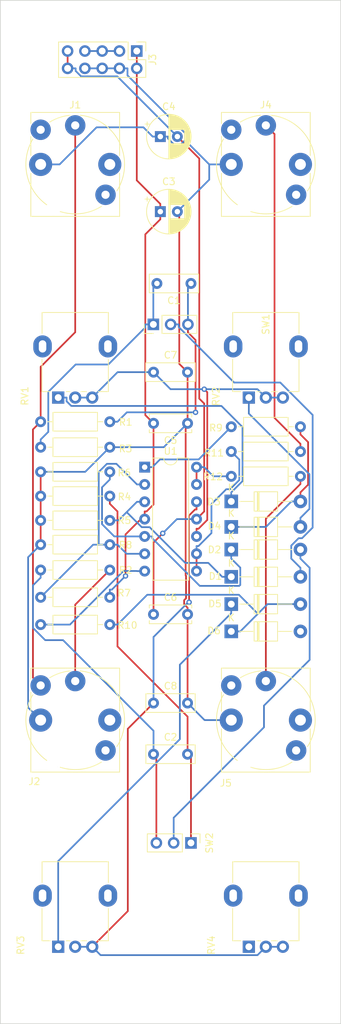
<source format=kicad_pcb>
(kicad_pcb (version 20240108) (generator "pcbnew") (generator_version "8.0")
  (layers (0 "F.Cu" signal) (31 "B.Cu" signal) (34 "B.Paste" user) (35 "F.Paste" user) (36 "B.SilkS" user "B.Silkscreen") (37 "F.SilkS" user "F.Silkscreen") (38 "B.Mask" user) (39 "F.Mask" user) (44 "Edge.Cuts" user))
  (net 0 "")
  (net 1 "Net-(SW1-C)")
  (net 2 "Net-(SW1-A)")
  (net 3 "Net-(SW2-C)")
  (net 4 "Net-(SW2-A)")
  (net 5 "+12V")
  (net 6 "GNDREF")
  (net 7 "-12V")
  (net 8 "Net-(U1C-+)")
  (net 9 "Net-(U1D-+)")
  (net 10 "Net-(D1-A)")
  (net 11 "Net-(D1-K)")
  (net 12 "Net-(D2-A)")
  (net 13 "Net-(D2-K)")
  (net 14 "Net-(D3-A)")
  (net 15 "Net-(D3-K)")
  (net 16 "Net-(D4-A)")
  (net 17 "Net-(D5-K)")
  (net 18 "Net-(D5-A)")
  (net 19 "Net-(D6-A)")
  (net 20 "Net-(J3-Pin_3)")
  (net 21 "Net-(J1-PadT)")
  (net 22 "Net-(J2-PadT)")
  (net 23 "Net-(U1A--)")
  (net 24 "Net-(R9-Pad1)")
  (net 25 "Net-(R10-Pad1)")
  (net 26 "Net-(U1C--)")
  (net 27 "Net-(J4-PadT)")
  (net 28 "Net-(J5-PadT)")
  (net 29 "Net-(U1D--)")
  (footprint "Capacitor_THT:C_Rect_L7.0mm_W2.5mm_P5.00mm" (layer "F.Cu") (at 117.5 154.5)
    (property "Reference" "C2" (at 2.5 -2.5 0) (layer "F.SilkS"))
    (property "Value" "47nF")
    (pad "1" thru_hole circle (at 0 0) (size 1.6 1.6) (drill 0.8) (layers "*.Cu" "*.Mask") (net 3 "Net-(SW2-C)"))
    (pad "2" thru_hole circle (at 5 0) (size 1.6 1.6) (drill 0.8) (layers "*.Cu" "*.Mask") (net 4 "Net-(SW2-A)"))
  )
  (footprint "Resistor_THT:R_Axial_DIN0207_L6.3mm_D2.5mm_P10.16mm_Horizontal" (layer "F.Cu") (at 128.92 110.1333)
    (property "Reference" "R11" (at -2.533331 0.216066 0) (layer "F.SilkS"))
    (property "Value" "1k")
    (pad "1" thru_hole circle (at 0 0) (size 1.6 1.6) (drill 0.8) (layers "*.Cu" "*.Mask") (net 26 "Net-(U1C--)"))
    (pad "2" thru_hole oval (at 10.16 0) (size 1.6 1.6) (drill 0.8) (layers "*.Cu" "*.Mask") (net 27 "Net-(J4-PadT)"))
  )
  (footprint "Capacitor_THT:CP_Radial_D6.3mm_P2.50mm" (layer "F.Cu") (at 118.5 63.97)
    (property "Reference" "C4" (at 1.25 -4.4 0) (layer "F.SilkS"))
    (property "Value" "47uF")
    (pad "1" thru_hole rect (at 0 0) (size 1.6 1.6) (drill 0.8) (layers "*.Cu" "*.Mask") (net 6 "GNDREF"))
    (pad "2" thru_hole circle (at 2.5 0) (size 1.6 1.6) (drill 0.8) (layers "*.Cu" "*.Mask") (net 7 "-12V"))
  )
  (footprint "Connector_Audio:Jack_6.35mm_Neutrik_NJ5FD-V_Vertical" (layer "F.Cu") (at 106 62.33)
    (property "Reference" "J1" (at 0 -3 0) (layer "F.SilkS"))
    (property "Value" "Gate In 1")
    (pad "" np_thru_hole circle (at -3.18 12.07 180) (size 1.6 1.6) (drill 1.6) (layers "*.Cu" "*.Mask"))
    (pad "" np_thru_hole circle (at 3.81 1.91 180) (size 2.1 2.1) (drill 2.1) (layers "*.Cu" "*.Mask"))
    (pad "R" thru_hole circle (at 5.08 5.72 180) (size 3.4 3.4) (drill 1.6) (layers "*.Cu" "*.Mask"))
    (pad "RN" thru_hole circle (at 4.45 10.17 180) (size 3 3) (drill 1.2) (layers "*.Cu" "*.Mask"))
    (pad "S" thru_hole circle (at -5.08 5.72 180) (size 3.4 3.4) (drill 1.6) (layers "*.Cu" "*.Mask") (net 6 "GNDREF"))
    (pad "T" thru_hole circle (at 0 0 180) (size 3 3) (drill 1.2) (layers "*.Cu" "*.Mask") (net 21 "Net-(J1-PadT)"))
    (pad "TN" thru_hole circle (at -5.08 0.64 180) (size 3 3) (drill 1.2) (layers "*.Cu" "*.Mask"))
  )
  (footprint "Diode_THT:D_T-1_P10.16mm_Horizontal" (layer "F.Cu") (at 128.92 136.5)
    (property "Reference" "D6" (at -2.533331 -0.088765 0) (layer "F.SilkS"))
    (property "Value" "1N4148" (hide yes))
    (fp_text user "K" (at 0 -2 0) (layer "F.SilkS"))
    (pad "1" thru_hole rect (at 0 0) (size 2 2) (drill 1) (layers "*.Cu" "*.Mask") (net 18 "Net-(D5-A)"))
    (pad "2" thru_hole oval (at 10.16 0) (size 2 2) (drill 1) (layers "*.Cu" "*.Mask") (net 19 "Net-(D6-A)"))
  )
  (footprint "Package_DIP:DIP-14_W7.62mm" (layer "F.Cu") (at 116.2 112.42)
    (property "Reference" "U1" (at 3.81 -2.33 0) (layer "F.SilkS"))
    (property "Value" "TL074")
    (pad "1" thru_hole rect (at 0 0) (size 1.6 1.6) (drill 0.8) (layers "*.Cu" "*.Mask") (net 24 "Net-(R9-Pad1)"))
    (pad "2" thru_hole oval (at 0 2.54) (size 1.6 1.6) (drill 0.8) (layers "*.Cu" "*.Mask") (net 23 "Net-(U1A--)"))
    (pad "3" thru_hole oval (at 0 5.08) (size 1.6 1.6) (drill 0.8) (layers "*.Cu" "*.Mask") (net 11 "Net-(D1-K)"))
    (pad "4" thru_hole oval (at 0 7.62) (size 1.6 1.6) (drill 0.8) (layers "*.Cu" "*.Mask") (net 5 "+12V"))
    (pad "5" thru_hole oval (at 0 10.16) (size 1.6 1.6) (drill 0.8) (layers "*.Cu" "*.Mask") (net 13 "Net-(D2-K)"))
    (pad "6" thru_hole oval (at 0 12.7) (size 1.6 1.6) (drill 0.8) (layers "*.Cu" "*.Mask") (net 23 "Net-(U1A--)"))
    (pad "7" thru_hole oval (at 0 15.24) (size 1.6 1.6) (drill 0.8) (layers "*.Cu" "*.Mask") (net 25 "Net-(R10-Pad1)"))
    (pad "8" thru_hole oval (at 7.62 15.24) (size 1.6 1.6) (drill 0.8) (layers "*.Cu" "*.Mask") (net 26 "Net-(U1C--)"))
    (pad "9" thru_hole oval (at 7.62 12.7) (size 1.6 1.6) (drill 0.8) (layers "*.Cu" "*.Mask") (net 26 "Net-(U1C--)"))
    (pad "10" thru_hole oval (at 7.62 10.16) (size 1.6 1.6) (drill 0.8) (layers "*.Cu" "*.Mask") (net 8 "Net-(U1C-+)"))
    (pad "11" thru_hole oval (at 7.62 7.62) (size 1.6 1.6) (drill 0.8) (layers "*.Cu" "*.Mask") (net 7 "-12V"))
    (pad "12" thru_hole oval (at 7.62 5.08) (size 1.6 1.6) (drill 0.8) (layers "*.Cu" "*.Mask") (net 9 "Net-(U1D-+)"))
    (pad "13" thru_hole oval (at 7.62 2.54) (size 1.6 1.6) (drill 0.8) (layers "*.Cu" "*.Mask") (net 29 "Net-(U1D--)"))
    (pad "14" thru_hole oval (at 7.62 0) (size 1.6 1.6) (drill 0.8) (layers "*.Cu" "*.Mask") (net 29 "Net-(U1D--)"))
  )
  (footprint "Capacitor_THT:C_Disc_D6.0mm_W2.5mm_P5.00mm" (layer "F.Cu") (at 117.5 134)
    (property "Reference" "C6" (at 2.5 -2.5 0) (layer "F.SilkS"))
    (property "Value" "100nF")
    (pad "1" thru_hole circle (at 0 0) (size 1.6 1.6) (drill 0.8) (layers "*.Cu" "*.Mask") (net 7 "-12V"))
    (pad "2" thru_hole circle (at 5 0) (size 1.6 1.6) (drill 0.8) (layers "*.Cu" "*.Mask") (net 6 "GNDREF"))
  )
  (footprint "Connector_PinHeader_2.54mm:PinHeader_1x03_P2.54mm_Vertical" (layer "F.Cu") (at 117.475 91.5 90)
    (property "Reference" "SW1" (at 0.011032 16.525 -90) (layer "F.SilkS"))
    (property "Value" "Pluck / AD" (hide yes))
    (pad "1" thru_hole rect (at 0 0 90) (size 1.7 1.7) (drill 1) (layers "*.Cu" "*.Mask") (net 2 "Net-(SW1-A)"))
    (pad "2" thru_hole oval (at 0 2.54 90) (size 1.7 1.7) (drill 1) (layers "*.Cu" "*.Mask") (net 10 "Net-(D1-A)"))
    (pad "3" thru_hole oval (at 0 5.08 90) (size 1.7 1.7) (drill 1) (layers "*.Cu" "*.Mask") (net 1 "Net-(SW1-C)"))
  )
  (footprint "Potentiometer_THT:Potentiometer_Alpha_RD901F-40-00D_Single_Vertical" (layer "F.Cu") (at 131.5 182.725 90)
    (property "Reference" "RV4" (at 0.225 -5.5 -90) (layer "F.SilkS"))
    (property "Value" "1M")
    (pad "" thru_hole oval (at 7.5 -2.3 180) (size 2.72 3.24) (drill oval 1.1 1.8) (layers "*.Cu" "*.Mask"))
    (pad "" thru_hole oval (at 7.5 7.3 180) (size 2.72 3.24) (drill oval 1.1 1.8) (layers "*.Cu" "*.Mask"))
    (pad "1" thru_hole rect (at 0 0 180) (size 1.8 1.8) (drill 1) (layers "*.Cu" "*.Mask") (net 19 "Net-(D6-A)"))
    (pad "2" thru_hole circle (at 0 2.5 180) (size 1.8 1.8) (drill 1) (layers "*.Cu" "*.Mask") (net 9 "Net-(U1D-+)"))
    (pad "3" thru_hole circle (at 0 5 180) (size 1.8 1.8) (drill 1) (layers "*.Cu" "*.Mask") (net 9 "Net-(U1D-+)"))
  )
  (footprint "Resistor_THT:R_Axial_DIN0207_L6.3mm_D2.5mm_P10.16mm_Horizontal" (layer "F.Cu") (at 100.92 113.1083)
    (property "Reference" "R6" (at 12.287018 0.144363 0) (layer "F.SilkS"))
    (property "Value" "100k")
    (pad "1" thru_hole circle (at 0 0) (size 1.6 1.6) (drill 0.8) (layers "*.Cu" "*.Mask") (net 6 "GNDREF"))
    (pad "2" thru_hole oval (at 10.16 0) (size 1.6 1.6) (drill 0.8) (layers "*.Cu" "*.Mask") (net 13 "Net-(D2-K)"))
  )
  (footprint "Resistor_THT:R_Axial_DIN0207_L6.3mm_D2.5mm_P10.16mm_Horizontal" (layer "F.Cu") (at 128.92 113.7667)
    (property "Reference" "R12" (at -2.672328 0.057582 0) (layer "F.SilkS"))
    (property "Value" "1k")
    (pad "1" thru_hole circle (at 0 0) (size 1.6 1.6) (drill 0.8) (layers "*.Cu" "*.Mask") (net 29 "Net-(U1D--)"))
    (pad "2" thru_hole oval (at 10.16 0) (size 1.6 1.6) (drill 0.8) (layers "*.Cu" "*.Mask") (net 28 "Net-(J5-PadT)"))
  )
  (footprint "Potentiometer_THT:Potentiometer_Alpha_RD901F-40-00D_Single_Vertical" (layer "F.Cu") (at 103.5 102.225 90)
    (property "Reference" "RV1" (at 0.232302 -4.90496 -90) (layer "F.SilkS"))
    (property "Value" "1M")
    (pad "" thru_hole oval (at 7.5 -2.3 180) (size 2.72 3.24) (drill oval 1.1 1.8) (layers "*.Cu" "*.Mask"))
    (pad "" thru_hole oval (at 7.5 7.3 180) (size 2.72 3.24) (drill oval 1.1 1.8) (layers "*.Cu" "*.Mask"))
    (pad "1" thru_hole rect (at 0 0 180) (size 1.8 1.8) (drill 1) (layers "*.Cu" "*.Mask") (net 15 "Net-(D3-K)"))
    (pad "2" thru_hole circle (at 0 2.5 180) (size 1.8 1.8) (drill 1) (layers "*.Cu" "*.Mask") (net 8 "Net-(U1C-+)"))
    (pad "3" thru_hole circle (at 0 5 180) (size 1.8 1.8) (drill 1) (layers "*.Cu" "*.Mask") (net 8 "Net-(U1C-+)"))
  )
  (footprint "Resistor_THT:R_Axial_DIN0207_L6.3mm_D2.5mm_P10.16mm_Horizontal" (layer "F.Cu") (at 111.08 109.5 180)
    (property "Reference" "R3" (at -2.314615 -0.2356 180) (layer "F.SilkS"))
    (property "Value" "100k")
    (pad "1" thru_hole circle (at 0 0 180) (size 1.6 1.6) (drill 0.8) (layers "*.Cu" "*.Mask") (net 6 "GNDREF"))
    (pad "2" thru_hole oval (at 10.16 0 180) (size 1.6 1.6) (drill 0.8) (layers "*.Cu" "*.Mask") (net 2 "Net-(SW1-A)"))
  )
  (footprint "Resistor_THT:R_Axial_DIN0207_L6.3mm_D2.5mm_P10.16mm_Horizontal" (layer "F.Cu") (at 100.92 105.7654)
    (property "Reference" "R1" (at 12.496492 0.062587 0) (layer "F.SilkS"))
    (property "Value" "100k")
    (pad "1" thru_hole circle (at 0 0) (size 1.6 1.6) (drill 0.8) (layers "*.Cu" "*.Mask") (net 21 "Net-(J1-PadT)"))
    (pad "2" thru_hole oval (at 10.16 0) (size 1.6 1.6) (drill 0.8) (layers "*.Cu" "*.Mask") (net 1 "Net-(SW1-C)"))
  )
  (footprint "Resistor_THT:R_Axial_DIN0207_L6.3mm_D2.5mm_P10.16mm_Horizontal" (layer "F.Cu") (at 100.92 120.225)
    (property "Reference" "R5" (at 12.310293 0.015703 0) (layer "F.SilkS"))
    (property "Value" "100k")
    (pad "1" thru_hole circle (at 0 0) (size 1.6 1.6) (drill 0.8) (layers "*.Cu" "*.Mask") (net 6 "GNDREF"))
    (pad "2" thru_hole oval (at 10.16 0) (size 1.6 1.6) (drill 0.8) (layers "*.Cu" "*.Mask") (net 11 "Net-(D1-K)"))
  )
  (footprint "Potentiometer_THT:Potentiometer_Alpha_RD901F-40-00D_Single_Vertical" (layer "F.Cu") (at 131.5 102.225 90)
    (property "Reference" "RV2" (at 0.165271 -4.818738 -90) (layer "F.SilkS"))
    (property "Value" "1M")
    (pad "" thru_hole oval (at 7.5 -2.3 180) (size 2.72 3.24) (drill oval 1.1 1.8) (layers "*.Cu" "*.Mask"))
    (pad "" thru_hole oval (at 7.5 7.3 180) (size 2.72 3.24) (drill oval 1.1 1.8) (layers "*.Cu" "*.Mask"))
    (pad "1" thru_hole rect (at 0 0 180) (size 1.8 1.8) (drill 1) (layers "*.Cu" "*.Mask") (net 16 "Net-(D4-A)"))
    (pad "2" thru_hole circle (at 0 2.5 180) (size 1.8 1.8) (drill 1) (layers "*.Cu" "*.Mask") (net 8 "Net-(U1C-+)"))
    (pad "3" thru_hole circle (at 0 5 180) (size 1.8 1.8) (drill 1) (layers "*.Cu" "*.Mask") (net 8 "Net-(U1C-+)"))
  )
  (footprint "Diode_THT:D_T-1_P10.16mm_Horizontal" (layer "F.Cu") (at 128.92 128.5)
    (property "Reference" "D1" (at -2.324836 -0.081071 0) (layer "F.SilkS"))
    (property "Value" "1N4148" (hide yes))
    (fp_text user "K" (at 0 -2 0) (layer "F.SilkS"))
    (pad "1" thru_hole rect (at 0 0) (size 2 2) (drill 1) (layers "*.Cu" "*.Mask") (net 11 "Net-(D1-K)"))
    (pad "2" thru_hole oval (at 10.16 0) (size 2 2) (drill 1) (layers "*.Cu" "*.Mask") (net 10 "Net-(D1-A)"))
  )
  (footprint "Capacitor_THT:C_Rect_L7.0mm_W2.5mm_P5.00mm" (layer "F.Cu") (at 117.5 98.5)
    (property "Reference" "C7" (at 2.5 -2.5 0) (layer "F.SilkS"))
    (property "Value" "1uF")
    (pad "1" thru_hole circle (at 0 0) (size 1.6 1.6) (drill 0.8) (layers "*.Cu" "*.Mask") (net 8 "Net-(U1C-+)"))
    (pad "2" thru_hole circle (at 5 0) (size 1.6 1.6) (drill 0.8) (layers "*.Cu" "*.Mask") (net 6 "GNDREF"))
  )
  (footprint "Capacitor_THT:C_Rect_L7.0mm_W2.5mm_P5.00mm" (layer "F.Cu") (at 123 85.5 180)
    (property "Reference" "C1" (at 2.5 -2.5 180) (layer "F.SilkS"))
    (property "Value" "47nF")
    (pad "1" thru_hole circle (at 0 0 180) (size 1.6 1.6) (drill 0.8) (layers "*.Cu" "*.Mask") (net 1 "Net-(SW1-C)"))
    (pad "2" thru_hole circle (at 5 0 180) (size 1.6 1.6) (drill 0.8) (layers "*.Cu" "*.Mask") (net 2 "Net-(SW1-A)"))
  )
  (footprint "Diode_THT:D_T-1_P10.16mm_Horizontal" (layer "F.Cu") (at 128.92 121.1833)
    (property "Reference" "D4" (at -2.463833 -0.131193 0) (layer "F.SilkS"))
    (property "Value" "1N4148" (hide yes))
    (fp_text user "K" (at 0 -2 0) (layer "F.SilkS"))
    (pad "1" thru_hole rect (at 0 0) (size 2 2) (drill 1) (layers "*.Cu" "*.Mask") (net 14 "Net-(D3-A)"))
    (pad "2" thru_hole oval (at 10.16 0) (size 2 2) (drill 1) (layers "*.Cu" "*.Mask") (net 16 "Net-(D4-A)"))
  )
  (footprint "Potentiometer_THT:Potentiometer_Alpha_RD901F-40-00D_Single_Vertical" (layer "F.Cu") (at 103.5 182.725 90)
    (property "Reference" "RV3" (at 0.225 -5.5 -90) (layer "F.SilkS"))
    (property "Value" "1M")
    (pad "" thru_hole oval (at 7.5 -2.3 180) (size 2.72 3.24) (drill oval 1.1 1.8) (layers "*.Cu" "*.Mask"))
    (pad "" thru_hole oval (at 7.5 7.3 180) (size 2.72 3.24) (drill oval 1.1 1.8) (layers "*.Cu" "*.Mask"))
    (pad "1" thru_hole rect (at 0 0 180) (size 1.8 1.8) (drill 1) (layers "*.Cu" "*.Mask") (net 17 "Net-(D5-K)"))
    (pad "2" thru_hole circle (at 0 2.5 180) (size 1.8 1.8) (drill 1) (layers "*.Cu" "*.Mask") (net 9 "Net-(U1D-+)"))
    (pad "3" thru_hole circle (at 0 5 180) (size 1.8 1.8) (drill 1) (layers "*.Cu" "*.Mask") (net 9 "Net-(U1D-+)"))
  )
  (footprint "Connector_PinHeader_2.54mm:PinHeader_2x05_P2.54mm_Vertical" (layer "F.Cu") (at 115.04 51.43 -90)
    (property "Reference" "J3" (at 1.27 -2.33 90) (layer "F.SilkS"))
    (property "Value" "Eurorack 10 pin")
    (pad "1" thru_hole rect (at 0 0 270) (size 1.7 1.7) (drill 1) (layers "*.Cu" "*.Mask") (net 5 "+12V"))
    (pad "2" thru_hole oval (at 2.54 0 270) (size 1.7 1.7) (drill 1) (layers "*.Cu" "*.Mask") (net 5 "+12V"))
    (pad "3" thru_hole oval (at 0 2.54 270) (size 1.7 1.7) (drill 1) (layers "*.Cu" "*.Mask") (net 20 "Net-(J3-Pin_3)"))
    (pad "4" thru_hole oval (at 2.54 2.54 270) (size 1.7 1.7) (drill 1) (layers "*.Cu" "*.Mask") (net 6 "GNDREF"))
    (pad "5" thru_hole oval (at 0 5.08 270) (size 1.7 1.7) (drill 1) (layers "*.Cu" "*.Mask") (net 20 "Net-(J3-Pin_3)"))
    (pad "6" thru_hole oval (at 2.54 5.08 270) (size 1.7 1.7) (drill 1) (layers "*.Cu" "*.Mask") (net 6 "GNDREF"))
    (pad "7" thru_hole oval (at 0 7.62 270) (size 1.7 1.7) (drill 1) (layers "*.Cu" "*.Mask") (net 20 "Net-(J3-Pin_3)"))
    (pad "8" thru_hole oval (at 2.54 7.62 270) (size 1.7 1.7) (drill 1) (layers "*.Cu" "*.Mask") (net 6 "GNDREF"))
    (pad "9" thru_hole oval (at 0 10.16 270) (size 1.7 1.7) (drill 1) (layers "*.Cu" "*.Mask") (net 7 "-12V"))
    (pad "10" thru_hole oval (at 2.54 10.16 270) (size 1.7 1.7) (drill 1) (layers "*.Cu" "*.Mask") (net 7 "-12V"))
  )
  (footprint "Resistor_THT:R_Axial_DIN0207_L6.3mm_D2.5mm_P10.16mm_Horizontal" (layer "F.Cu") (at 100.92 131.5)
    (property "Reference" "R7" (at 12.27013 -0.628989 0) (layer "F.SilkS"))
    (property "Value" "82k")
    (pad "1" thru_hole circle (at 0 0) (size 1.6 1.6) (drill 0.8) (layers "*.Cu" "*.Mask") (net 23 "Net-(U1A--)"))
    (pad "2" thru_hole oval (at 10.16 0) (size 1.6 1.6) (drill 0.8) (layers "*.Cu" "*.Mask") (net 5 "+12V"))
  )
  (footprint "Diode_THT:D_T-1_P10.16mm_Horizontal" (layer "F.Cu") (at 128.92 132.5)
    (property "Reference" "D5" (at -2.394334 -0.050169 0) (layer "F.SilkS"))
    (property "Value" "1N4148" (hide yes))
    (fp_text user "K" (at 0 -2 0) (layer "F.SilkS"))
    (pad "1" thru_hole rect (at 0 0) (size 2 2) (drill 1) (layers "*.Cu" "*.Mask") (net 17 "Net-(D5-K)"))
    (pad "2" thru_hole oval (at 10.16 0) (size 2 2) (drill 1) (layers "*.Cu" "*.Mask") (net 18 "Net-(D5-A)"))
  )
  (footprint "Diode_THT:D_T-1_P10.16mm_Horizontal" (layer "F.Cu") (at 128.92 117.45)
    (property "Reference" "D3" (at -2.533331 0.057693 0) (layer "F.SilkS"))
    (property "Value" "1N4148" (hide yes))
    (fp_text user "K" (at 0 -2 0) (layer "F.SilkS"))
    (pad "1" thru_hole rect (at 0 0) (size 2 2) (drill 1) (layers "*.Cu" "*.Mask") (net 15 "Net-(D3-K)"))
    (pad "2" thru_hole oval (at 10.16 0) (size 2 2) (drill 1) (layers "*.Cu" "*.Mask") (net 14 "Net-(D3-A)"))
  )
  (footprint "Connector_Audio:Jack_6.35mm_Neutrik_NJ5FD-V_Vertical" (layer "F.Cu") (at 134 62.33)
    (property "Reference" "J4" (at 0 -3 0) (layer "F.SilkS"))
    (property "Value" "Env Out 1")
    (pad "" np_thru_hole circle (at -3.18 12.07 180) (size 1.6 1.6) (drill 1.6) (layers "*.Cu" "*.Mask"))
    (pad "" np_thru_hole circle (at 3.81 1.91 180) (size 2.1 2.1) (drill 2.1) (layers "*.Cu" "*.Mask"))
    (pad "R" thru_hole circle (at 5.08 5.72 180) (size 3.4 3.4) (drill 1.6) (layers "*.Cu" "*.Mask"))
    (pad "RN" thru_hole circle (at 4.45 10.17 180) (size 3 3) (drill 1.2) (layers "*.Cu" "*.Mask"))
    (pad "S" thru_hole circle (at -5.08 5.72 180) (size 3.4 3.4) (drill 1.6) (layers "*.Cu" "*.Mask") (net 6 "GNDREF"))
    (pad "T" thru_hole circle (at 0 0 180) (size 3 3) (drill 1.2) (layers "*.Cu" "*.Mask") (net 27 "Net-(J4-PadT)"))
    (pad "TN" thru_hole circle (at -5.08 0.64 180) (size 3 3) (drill 1.2) (layers "*.Cu" "*.Mask"))
  )
  (footprint "Connector_Audio:Jack_6.35mm_Neutrik_NJ5FD-V_Vertical" (layer "F.Cu") (at 106 143.78)
    (property "Reference" "J2" (at -6 14.72 0) (layer "F.SilkS"))
    (property "Value" "Gate In 2")
    (pad "" np_thru_hole circle (at -3.18 12.07 180) (size 1.6 1.6) (drill 1.6) (layers "*.Cu" "*.Mask"))
    (pad "" np_thru_hole circle (at 3.81 1.91 180) (size 2.1 2.1) (drill 2.1) (layers "*.Cu" "*.Mask"))
    (pad "R" thru_hole circle (at 5.08 5.72 180) (size 3.4 3.4) (drill 1.6) (layers "*.Cu" "*.Mask"))
    (pad "RN" thru_hole circle (at 4.45 10.17 180) (size 3 3) (drill 1.2) (layers "*.Cu" "*.Mask"))
    (pad "S" thru_hole circle (at -5.08 5.72 180) (size 3.4 3.4) (drill 1.6) (layers "*.Cu" "*.Mask") (net 6 "GNDREF"))
    (pad "T" thru_hole circle (at 0 0 180) (size 3 3) (drill 1.2) (layers "*.Cu" "*.Mask") (net 22 "Net-(J2-PadT)"))
    (pad "TN" thru_hole circle (at -5.08 0.64 180) (size 3 3) (drill 1.2) (layers "*.Cu" "*.Mask") (net 21 "Net-(J1-PadT)"))
  )
  (footprint "Capacitor_THT:CP_Radial_D6.3mm_P2.50mm" (layer "F.Cu") (at 118.5 74.97)
    (property "Reference" "C3" (at 1.25 -4.4 0) (layer "F.SilkS"))
    (property "Value" "47uF")
    (pad "1" thru_hole rect (at 0 0) (size 1.6 1.6) (drill 0.8) (layers "*.Cu" "*.Mask") (net 5 "+12V"))
    (pad "2" thru_hole circle (at 2.5 0) (size 1.6 1.6) (drill 0.8) (layers "*.Cu" "*.Mask") (net 6 "GNDREF"))
  )
  (footprint "Connector_Audio:Jack_6.35mm_Neutrik_NJ5FD-V_Vertical" (layer "F.Cu") (at 134 143.78)
    (property "Reference" "J5" (at -5.872541 14.955596 0) (layer "F.SilkS"))
    (property "Value" "Env Out 2")
    (pad "" np_thru_hole circle (at -3.18 12.07 180) (size 1.6 1.6) (drill 1.6) (layers "*.Cu" "*.Mask"))
    (pad "" np_thru_hole circle (at 3.81 1.91 180) (size 2.1 2.1) (drill 2.1) (layers "*.Cu" "*.Mask"))
    (pad "R" thru_hole circle (at 5.08 5.72 180) (size 3.4 3.4) (drill 1.6) (layers "*.Cu" "*.Mask"))
    (pad "RN" thru_hole circle (at 4.45 10.17 180) (size 3 3) (drill 1.2) (layers "*.Cu" "*.Mask"))
    (pad "S" thru_hole circle (at -5.08 5.72 180) (size 3.4 3.4) (drill 1.6) (layers "*.Cu" "*.Mask") (net 6 "GNDREF"))
    (pad "T" thru_hole circle (at 0 0 180) (size 3 3) (drill 1.2) (layers "*.Cu" "*.Mask") (net 28 "Net-(J5-PadT)"))
    (pad "TN" thru_hole circle (at -5.08 0.64 180) (size 3 3) (drill 1.2) (layers "*.Cu" "*.Mask"))
  )
  (footprint "Resistor_THT:R_Axial_DIN0207_L6.3mm_D2.5mm_P10.16mm_Horizontal" (layer "F.Cu") (at 111.08 127.5 180)
    (property "Reference" "R2" (at -2.32733 -0.025098 180) (layer "F.SilkS"))
    (property "Value" "100k")
    (pad "1" thru_hole circle (at 0 0 180) (size 1.6 1.6) (drill 0.8) (layers "*.Cu" "*.Mask") (net 22 "Net-(J2-PadT)"))
    (pad "2" thru_hole oval (at 10.16 0 180) (size 1.6 1.6) (drill 0.8) (layers "*.Cu" "*.Mask") (net 3 "Net-(SW2-C)"))
  )
  (footprint "Resistor_THT:R_Axial_DIN0207_L6.3mm_D2.5mm_P10.16mm_Horizontal" (layer "F.Cu") (at 100.92 116.6667)
    (property "Reference" "R4" (at 12.310293 0.100465 0) (layer "F.SilkS"))
    (property "Value" "100k")
    (pad "1" thru_hole circle (at 0 0) (size 1.6 1.6) (drill 0.8) (layers "*.Cu" "*.Mask") (net 6 "GNDREF"))
    (pad "2" thru_hole oval (at 10.16 0) (size 1.6 1.6) (drill 0.8) (layers "*.Cu" "*.Mask") (net 4 "Net-(SW2-A)"))
  )
  (footprint "Capacitor_THT:C_Rect_L7.0mm_W2.5mm_P5.00mm" (layer "F.Cu") (at 117.5 147)
    (property "Reference" "C8" (at 2.5 -2.5 0) (layer "F.SilkS"))
    (property "Value" "1uF")
    (pad "1" thru_hole circle (at 0 0) (size 1.6 1.6) (drill 0.8) (layers "*.Cu" "*.Mask") (net 9 "Net-(U1D-+)"))
    (pad "2" thru_hole circle (at 5 0) (size 1.6 1.6) (drill 0.8) (layers "*.Cu" "*.Mask") (net 6 "GNDREF"))
  )
  (footprint "Resistor_THT:R_Axial_DIN0207_L6.3mm_D2.5mm_P10.16mm_Horizontal" (layer "F.Cu") (at 100.92 123.7833)
    (property "Reference" "R8" (at 12.473217 0.065004 0) (layer "F.SilkS"))
    (property "Value" "18k")
    (pad "1" thru_hole circle (at 0 0) (size 1.6 1.6) (drill 0.8) (layers "*.Cu" "*.Mask") (net 6 "GNDREF"))
    (pad "2" thru_hole oval (at 10.16 0) (size 1.6 1.6) (drill 0.8) (layers "*.Cu" "*.Mask") (net 23 "Net-(U1A--)"))
  )
  (footprint "Connector_PinHeader_2.54mm:PinHeader_1x03_P2.54mm_Vertical" (layer "F.Cu") (at 123 167.5 -90)
    (property "Reference" "SW2" (at 0.013683 -2.714295 90) (layer "F.SilkS"))
    (property "Value" "Pluck / AD" (hide yes))
    (pad "1" thru_hole rect (at 0 0 270) (size 1.7 1.7) (drill 1) (layers "*.Cu" "*.Mask") (net 4 "Net-(SW2-A)"))
    (pad "2" thru_hole oval (at 0 2.54 270) (size 1.7 1.7) (drill 1) (layers "*.Cu" "*.Mask") (net 12 "Net-(D2-A)"))
    (pad "3" thru_hole oval (at 0 5.08 270) (size 1.7 1.7) (drill 1) (layers "*.Cu" "*.Mask") (net 3 "Net-(SW2-C)"))
  )
  (footprint "Resistor_THT:R_Axial_DIN0207_L6.3mm_D2.5mm_P10.16mm_Horizontal" (layer "F.Cu") (at 128.92 106.5)
    (property "Reference" "R9" (at -2.255338 0.165956 0) (layer "F.SilkS"))
    (property "Value" "560R")
    (pad "1" thru_hole circle (at 0 0) (size 1.6 1.6) (drill 0.8) (layers "*.Cu" "*.Mask") (net 24 "Net-(R9-Pad1)"))
    (pad "2" thru_hole oval (at 10.16 0) (size 1.6 1.6) (drill 0.8) (layers "*.Cu" "*.Mask") (net 14 "Net-(D3-A)"))
  )
  (footprint "Resistor_THT:R_Axial_DIN0207_L6.3mm_D2.5mm_P10.16mm_Horizontal" (layer "F.Cu") (at 100.92 135.5)
    (property "Reference" "R10" (at 12.756352 0.100209 0) (layer "F.SilkS"))
    (property "Value" "560R")
    (pad "1" thru_hole circle (at 0 0) (size 1.6 1.6) (drill 0.8) (layers "*.Cu" "*.Mask") (net 25 "Net-(R10-Pad1)"))
    (pad "2" thru_hole oval (at 10.16 0) (size 1.6 1.6) (drill 0.8) (layers "*.Cu" "*.Mask") (net 18 "Net-(D5-A)"))
  )
  (footprint "Diode_THT:D_T-1_P10.16mm_Horizontal" (layer "F.Cu") (at 128.92 124.5)
    (property "Reference" "D2" (at -2.463833 0.027023 0) (layer "F.SilkS"))
    (property "Value" "1N4148" (hide yes))
    (fp_text user "K" (at 0 -2 0) (layer "F.SilkS"))
    (pad "1" thru_hole rect (at 0 0) (size 2 2) (drill 1) (layers "*.Cu" "*.Mask") (net 13 "Net-(D2-K)"))
    (pad "2" thru_hole oval (at 10.16 0) (size 2 2) (drill 1) (layers "*.Cu" "*.Mask") (net 12 "Net-(D2-A)"))
  )
  (footprint "Capacitor_THT:C_Disc_D6.0mm_W2.5mm_P5.00mm" (layer "F.Cu") (at 122.5 106 180)
    (property "Reference" "C5" (at 2.5 -2.5 180) (layer "F.SilkS"))
    (property "Value" "100nF")
    (pad "1" thru_hole circle (at 0 0 180) (size 1.6 1.6) (drill 0.8) (layers "*.Cu" "*.Mask") (net 6 "GNDREF"))
    (pad "2" thru_hole circle (at 5 0 180) (size 1.6 1.6) (drill 0.8) (layers "*.Cu" "*.Mask") (net 5 "+12V"))
  )
  (gr_rect (start 95 44) (end 145 194) (stroke (width 0.1)) (fill none) (layer "Edge.Cuts"))
  (segment (start 122.555 91.5) (end 122.555 92.6767) (width 0.25) (layer "F.Cu") (net 1))
  (segment (start 123.6714 93.7931) (end 123.6714 104.3883) (width 0.25) (layer "F.Cu") (net 1))
  (segment (start 122.555 92.6767) (end 123.6714 93.7931) (width 0.25) (layer "F.Cu") (net 1))
  (via (at 123.6714 104.3883) (size 0.8) (drill 0.4) (layers "F.Cu" "B.Cu") (net 1))
  (segment (start 122.555 85.945) (end 123 85.5) (width 0.25) (layer "B.Cu") (net 1))
  (segment (start 112.2067 105.7654) (end 113.5838 104.3883) (width 0.25) (layer "B.Cu") (net 1))
  (segment (start 111.08 105.7654) (end 112.2067 105.7654) (width 0.25) (layer "B.Cu") (net 1))
  (segment (start 113.5838 104.3883) (end 123.6714 104.3883) (width 0.25) (layer "B.Cu") (net 1))
  (segment (start 122.555 91.5) (end 122.555 85.945) (width 0.25) (layer "B.Cu") (net 1))
  (segment (start 117.475 91.5) (end 116.2983 91.5) (width 0.25) (layer "B.Cu") (net 2))
  (segment (start 100.92 108.3733) (end 102.0467 107.2466) (width 0.25) (layer "B.Cu") (net 2))
  (segment (start 117.475 86.025) (end 118 85.5) (width 0.25) (layer "B.Cu") (net 2))
  (segment (start 102.0467 101.3862) (end 106.0581 97.3748) (width 0.25) (layer "B.Cu") (net 2))
  (segment (start 102.0467 107.2466) (end 102.0467 101.3862) (width 0.25) (layer "B.Cu") (net 2))
  (segment (start 100.92 109.5) (end 100.92 108.3733) (width 0.25) (layer "B.Cu") (net 2))
  (segment (start 117.475 91.5) (end 117.475 86.025) (width 0.25) (layer "B.Cu") (net 2))
  (segment (start 116.2983 91.9413) (end 116.2983 91.5) (width 0.25) (layer "B.Cu") (net 2))
  (segment (start 106.0581 97.3748) (end 110.8648 97.3748) (width 0.25) (layer "B.Cu") (net 2))
  (segment (start 110.8648 97.3748) (end 116.2983 91.9413) (width 0.25) (layer "B.Cu") (net 2))
  (segment (start 117.92 154.92) (end 117.5 154.5) (width 0.25) (layer "F.Cu") (net 3))
  (segment (start 117.92 167.5) (end 117.92 154.92) (width 0.25) (layer "F.Cu") (net 3))
  (segment (start 117.5 151.0652) (end 104.2162 137.7814) (width 0.25) (layer "B.Cu") (net 3))
  (segment (start 99.7933 129.7534) (end 100.92 128.6267) (width 0.25) (layer "B.Cu") (net 3))
  (segment (start 100.92 127.5) (end 100.92 128.6267) (width 0.25) (layer "B.Cu") (net 3))
  (segment (start 104.2162 137.7814) (end 101.591 137.7814) (width 0.25) (layer "B.Cu") (net 3))
  (segment (start 117.5 154.5) (end 117.5 151.0652) (width 0.25) (layer "B.Cu") (net 3))
  (segment (start 99.7933 135.9837) (end 99.7933 129.7534) (width 0.25) (layer "B.Cu") (net 3))
  (segment (start 101.591 137.7814) (end 99.7933 135.9837) (width 0.25) (layer "B.Cu") (net 3))
  (segment (start 123 167.5) (end 123 155) (width 0.25) (layer "F.Cu") (net 4))
  (segment (start 112.2067 138.6967) (end 122.5 148.99) (width 0.25) (layer "F.Cu") (net 4))
  (segment (start 122.5 148.99) (end 122.5 154.5) (width 0.25) (layer "F.Cu") (net 4))
  (segment (start 111.08 116.6667) (end 111.08 117.7934) (width 0.25) (layer "F.Cu") (net 4))
  (segment (start 112.2067 118.9201) (end 112.2067 138.6967) (width 0.25) (layer "F.Cu") (net 4))
  (segment (start 111.08 117.7934) (end 112.2067 118.9201) (width 0.25) (layer "F.Cu") (net 4))
  (segment (start 123 155) (end 122.5 154.5) (width 0.25) (layer "F.Cu") (net 4))
  (segment (start 116.2 118.9133) (end 116.4817 118.9133) (width 0.25) (layer "F.Cu") (net 5))
  (segment (start 117.5 117.895) (end 117.5 106) (width 0.25) (layer "F.Cu") (net 5))
  (segment (start 115.04 51.43) (end 115.04 53.97) (width 0.25) (layer "F.Cu") (net 5))
  (segment (start 116.2 120.04) (end 116.2 119.4766) (width 0.25) (layer "F.Cu") (net 5))
  (segment (start 116.2 119.4766) (end 116.2 118.9133) (width 0.25) (layer "F.Cu") (net 5))
  (segment (start 116.2968 104.7968) (end 117.5 106) (width 0.25) (layer "F.Cu") (net 5))
  (segment (start 116.4817 118.9133) (end 117.5 117.895) (width 0.25) (layer "F.Cu") (net 5))
  (segment (start 118.5 74.4066) (end 118.5 73.8433) (width 0.25) (layer "F.Cu") (net 5))
  (segment (start 115.04 53.97) (end 115.04 70.3833) (width 0.25) (layer "F.Cu") (net 5))
  (segment (start 118.5 74.4066) (end 118.5 74.97) (width 0.25) (layer "F.Cu") (net 5))
  (segment (start 118.5 74.97) (end 118.5 76.0967) (width 0.25) (layer "F.Cu") (net 5))
  (segment (start 116.2 119.4766) (end 113.3866 122.29) (width 0.25) (layer "F.Cu") (net 5))
  (segment (start 115.04 70.3833) (end 118.5 73.8433) (width 0.25) (layer "F.Cu") (net 5))
  (segment (start 116.2968 78.2999) (end 116.2968 104.7968) (width 0.25) (layer "F.Cu") (net 5))
  (segment (start 118.5 76.0967) (end 116.2968 78.2999) (width 0.25) (layer "F.Cu") (net 5))
  (segment (start 113.3866 122.29) (end 113.3866 128.3687) (width 0.25) (layer "F.Cu") (net 5))
  (via (at 113.3866 128.3687) (size 0.8) (drill 0.4) (layers "F.Cu" "B.Cu") (net 5))
  (segment (start 111.08 131.5) (end 111.08 130.3733) (width 0.25) (layer "B.Cu") (net 5))
  (segment (start 113.3866 128.3687) (end 111.382 130.3733) (width 0.25) (layer "B.Cu") (net 5))
  (segment (start 111.382 130.3733) (end 111.08 130.3733) (width 0.25) (layer "B.Cu") (net 5))
  (segment (start 122.4999 133.0243) (end 122.5 133.0243) (width 0.25) (layer "F.Cu") (net 6))
  (segment (start 122.5 147) (end 122.5 134) (width 0.25) (layer "F.Cu") (net 6))
  (segment (start 121 74.97) (end 121.285 75.255) (width 0.25) (layer "F.Cu") (net 6))
  (segment (start 122.2765 128.3488) (end 122.2765 131.6491) (width 0.25) (layer "F.Cu") (net 6))
  (segment (start 122.2194 106.2806) (end 122.2194 128.2917) (width 0.25) (layer "F.Cu") (net 6))
  (segment (start 100.92 116.6667) (end 100.92 113.1083) (width 0.25) (layer "F.Cu") (net 6))
  (segment (start 122.0015 131.9241) (end 122.0015 132.5259) (width 0.25) (layer "F.Cu") (net 6))
  (segment (start 122.2765 131.6491) (end 122.0015 131.9241) (width 0.25) (layer "F.Cu") (net 6))
  (segment (start 100.92 120.225) (end 100.92 116.6667) (width 0.25) (layer "F.Cu") (net 6))
  (segment (start 122.0015 132.5259) (end 122.4999 133.0243) (width 0.25) (layer "F.Cu") (net 6))
  (segment (start 122.5 133.0243) (end 122.5 134) (width 0.25) (layer "F.Cu") (net 6))
  (segment (start 121.285 97.285) (end 122.5 98.5) (width 0.25) (layer "F.Cu") (net 6))
  (segment (start 122.5 106) (end 122.2194 106.2806) (width 0.25) (layer "F.Cu") (net 6))
  (segment (start 122.5 98.5) (end 122.5 106) (width 0.25) (layer "F.Cu") (net 6))
  (segment (start 121.285 75.255) (end 121.285 97.285) (width 0.25) (layer "F.Cu") (net 6))
  (segment (start 100.92 123.7833) (end 100.92 120.225) (width 0.25) (layer "F.Cu") (net 6))
  (segment (start 122.2194 128.2917) (end 122.2765 128.3488) (width 0.25) (layer "F.Cu") (net 6))
  (segment (start 99.082 147.662) (end 100.92 149.5) (width 0.25) (layer "B.Cu") (net 6))
  (segment (start 107.4717 113.1083) (end 100.92 113.1083) (width 0.25) (layer "B.Cu") (net 6))
  (segment (start 122.1348 64.498) (end 121.5361 65.0967) (width 0.25) (layer "B.Cu") (net 6))
  (segment (start 100.92 123.7833) (end 99.082 125.6213) (width 0.25) (layer "B.Cu") (net 6))
  (segment (start 122.5 106) (end 119 109.5) (width 0.25) (layer "B.Cu") (net 6))
  (segment (start 112.5 53.97) (end 113.6767 53.97) (width 0.25) (layer "B.Cu") (net 6))
  (segment (start 113.6767 54.9967) (end 122.1348 63.4548) (width 0.25) (layer "B.Cu") (net 6))
  (segment (start 128.92 149.5) (end 125 149.5) (width 0.25) (layer "B.Cu") (net 6))
  (segment (start 113.6767 53.97) (end 113.6767 54.9967) (width 0.25) (layer "B.Cu") (net 6))
  (segment (start 120.4716 65.0967) (end 119.6267 64.2518) (width 0.25) (layer "B.Cu") (net 6))
  (segment (start 125.6868 70.2832) (end 125.6868 68.05) (width 0.25) (layer "B.Cu") (net 6))
  (segment (start 119.6267 64.2518) (end 119.6267 63.97) (width 0.25) (layer "B.Cu") (net 6))
  (segment (start 119 109.5) (end 111.08 109.5) (width 0.25) (layer "B.Cu") (net 6))
  (segment (start 121.5361 65.0967) (end 120.4716 65.0967) (width 0.25) (layer "B.Cu") (net 6))
  (segment (start 100.92 68.05) (end 103.6995 68.05) (width 0.25) (layer "B.Cu") (net 6))
  (segment (start 122.1348 63.4548) (end 122.1348 64.498) (width 0.25) (layer "B.Cu") (net 6))
  (segment (start 118.5 63.97) (end 119.6267 63.97) (width 0.25) (layer "B.Cu") (net 6))
  (segment (start 109.1362 62.6133) (end 116.0166 62.6133) (width 0.25) (layer "B.Cu") (net 6))
  (segment (start 116.0166 62.6133) (end 117.3733 63.97) (width 0.25) (layer "B.Cu") (net 6))
  (segment (start 121 74.97) (end 125.6868 70.2832) (width 0.25) (layer "B.Cu") (net 6))
  (segment (start 125.6868 68.05) (end 122.1348 64.498) (width 0.25) (layer "B.Cu") (net 6))
  (segment (start 128.92 68.05) (end 125.6868 68.05) (width 0.25) (layer "B.Cu") (net 6))
  (segment (start 111.08 109.5) (end 107.4717 113.1083) (width 0.25) (layer "B.Cu") (net 6))
  (segment (start 107.42 53.97) (end 109.96 53.97) (width 0.25) (layer "B.Cu") (net 6))
  (segment (start 118.5 63.97) (end 117.3733 63.97) (width 0.25) (layer "B.Cu") (net 6))
  (segment (start 125 149.5) (end 122.5 147) (width 0.25) (layer "B.Cu") (net 6))
  (segment (start 99.082 125.6213) (end 99.082 147.662) (width 0.25) (layer "B.Cu") (net 6))
  (segment (start 109.96 53.97) (end 112.5 53.97) (width 0.25) (layer "B.Cu") (net 6))
  (segment (start 103.6995 68.05) (end 109.1362 62.6133) (width 0.25) (layer "B.Cu") (net 6))
  (segment (start 118.8554 122.12) (end 117.5 123.4754) (width 0.25) (layer "F.Cu") (net 7))
  (segment (start 104.88 53.97) (end 104.88 51.43) (width 0.25) (layer "F.Cu") (net 7))
  (segment (start 121 63.97) (end 124.2215 67.1915) (width 0.25) (layer "F.Cu") (net 7))
  (segment (start 124.9467 103.1049) (end 124.9467 118.9133) (width 0.25) (layer "F.Cu") (net 7))
  (segment (start 117.5 123.4754) (end 117.5 134) (width 0.25) (layer "F.Cu") (net 7))
  (segment (start 124.2215 102.3797) (end 124.9467 103.1049) (width 0.25) (layer "F.Cu") (net 7))
  (segment (start 124.2215 67.1915) (end 124.2215 102.3797) (width 0.25) (layer "F.Cu") (net 7))
  (segment (start 124.9467 118.9133) (end 123.82 120.04) (width 0.25) (layer "F.Cu") (net 7))
  (via (at 118.8554 122.12) (size 0.8) (drill 0.4) (layers "F.Cu" "B.Cu") (net 7))
  (segment (start 106.0567 54.3378) (end 106.8656 55.1467) (width 0.25) (layer "B.Cu") (net 7))
  (segment (start 104.88 53.97) (end 106.0567 53.97) (width 0.25) (layer "B.Cu") (net 7))
  (segment (start 112.1767 55.1467) (end 121 63.97) (width 0.25) (layer "B.Cu") (net 7))
  (segment (start 106.0567 53.97) (end 106.0567 54.3378) (width 0.25) (layer "B.Cu") (net 7))
  (segment (start 120.9354 120.04) (end 118.8554 122.12) (width 0.25) (layer "B.Cu") (net 7))
  (segment (start 106.8656 55.1467) (end 112.1767 55.1467) (width 0.25) (layer "B.Cu") (net 7))
  (segment (start 123.82 120.04) (end 120.9354 120.04) (width 0.25) (layer "B.Cu") (net 7))
  (segment (start 125.3984 101.4484) (end 124.9483 100.9983) (width 0.25) (layer "F.Cu") (net 8))
  (segment (start 125.3984 120.1567) (end 125.3984 101.4484) (width 0.25) (layer "F.Cu") (net 8))
  (segment (start 124.1018 121.4533) (end 125.3984 120.1567) (width 0.25) (layer "F.Cu") (net 8))
  (segment (start 123.82 122.58) (end 123.82 121.4533) (width 0.25) (layer "F.Cu") (net 8))
  (segment (start 123.82 121.4533) (end 124.1018 121.4533) (width 0.25) (layer "F.Cu") (net 8))
  (via (at 124.9483 100.9983) (size 0.8) (drill 0.4) (layers "F.Cu" "B.Cu") (net 8))
  (segment (start 108.5 102.225) (end 106 102.225) (width 0.25) (layer "B.Cu") (net 8))
  (segment (start 119.9983 100.9983) (end 124.9483 100.9983) (width 0.25) (layer "B.Cu") (net 8))
  (segment (start 124.9483 100.9983) (end 132.7733 100.9983) (width 0.25) (layer "B.Cu") (net 8))
  (segment (start 112.225 98.5) (end 117.5 98.5) (width 0.25) (layer "B.Cu") (net 8))
  (segment (start 132.7733 100.9983) (end 134 102.225) (width 0.25) (layer "B.Cu") (net 8))
  (segment (start 136.5 102.225) (end 134 102.225) (width 0.25) (layer "B.Cu") (net 8))
  (segment (start 117.5 98.5) (end 119.9983 100.9983) (width 0.25) (layer "B.Cu") (net 8))
  (segment (start 108.5 102.225) (end 112.225 98.5) (width 0.25) (layer "B.Cu") (net 8))
  (segment (start 123.82 117.5) (end 123.82 118.6267) (width 0.25) (layer "F.Cu") (net 9))
  (segment (start 113.7224 150.7776) (end 113.7224 177.5026) (width 0.25) (layer "F.Cu") (net 9))
  (segment (start 117.5 147) (end 113.7224 150.7776) (width 0.25) (layer "F.Cu") (net 9))
  (segment (start 122.6933 128.1268) (end 122.6933 119.5353) (width 0.25) (layer "F.Cu") (net 9))
  (segment (start 122.7282 128.1617) (end 122.6933 128.1268) (width 0.25) (layer "F.Cu") (net 9))
  (segment (start 113.7224 177.5026) (end 108.5 182.725) (width 0.25) (layer "F.Cu") (net 9))
  (segment (start 123.6019 118.6267) (end 123.82 118.6267) (width 0.25) (layer "F.Cu") (net 9))
  (segment (start 122.6933 119.5353) (end 123.6019 118.6267) (width 0.25) (layer "F.Cu") (net 9))
  (segment (start 122.7282 132.225) (end 122.7282 128.1617) (width 0.25) (layer "F.Cu") (net 9))
  (via (at 122.7282 132.225) (size 0.8) (drill 0.4) (layers "F.Cu" "B.Cu") (net 9))
  (segment (start 117.5 147) (end 117.5 137.3233) (width 0.25) (layer "B.Cu") (net 9))
  (segment (start 122.5983 132.225) (end 122.7282 132.225) (width 0.25) (layer "B.Cu") (net 9))
  (segment (start 132.7733 183.9517) (end 109.7267 183.9517) (width 0.25) (layer "B.Cu") (net 9))
  (segment (start 134 182.725) (end 132.7733 183.9517) (width 0.25) (layer "B.Cu") (net 9))
  (segment (start 117.5 137.3233) (end 122.5983 132.225) (width 0.25) (layer "B.Cu") (net 9))
  (segment (start 134 182.725) (end 136.5 182.725) (width 0.25) (layer "B.Cu") (net 9))
  (segment (start 109.7267 183.9517) (end 108.5 182.725) (width 0.25) (layer "B.Cu") (net 9))
  (segment (start 106 182.725) (end 108.5 182.725) (width 0.25) (layer "B.Cu") (net 9))
  (segment (start 140.8718 121.2836) (end 139.3138 122.8416) (width 0.25) (layer "B.Cu") (net 10))
  (segment (start 140.8718 104.7714) (end 140.8718 121.2836) (width 0.25) (layer "B.Cu") (net 10))
  (segment (start 136.1209 100.0205) (end 140.8718 104.7714) (width 0.25) (layer "B.Cu") (net 10))
  (segment (start 139.08 128.5) (end 139.08 127.1733) (width 0.25) (layer "B.Cu") (net 10))
  (segment (start 121.1917 91.8677) (end 129.3445 100.0205) (width 0.25) (layer "B.Cu") (net 10))
  (segment (start 137.7356 125.8289) (end 139.08 127.1733) (width 0.25) (layer "B.Cu") (net 10))
  (segment (start 139.3138 122.8416) (end 138.814 122.8416) (width 0.25) (layer "B.Cu") (net 10))
  (segment (start 137.7356 123.92) (end 137.7356 125.8289) (width 0.25) (layer "B.Cu") (net 10))
  (segment (start 138.814 122.8416) (end 137.7356 123.92) (width 0.25) (layer "B.Cu") (net 10))
  (segment (start 121.1917 91.5) (end 121.1917 91.8677) (width 0.25) (layer "B.Cu") (net 10))
  (segment (start 120.015 91.5) (end 121.1917 91.5) (width 0.25) (layer "B.Cu") (net 10))
  (segment (start 129.3445 100.0205) (end 136.1209 100.0205) (width 0.25) (layer "B.Cu") (net 10))
  (segment (start 115.7683 121.2239) (end 116.9277 121.2239) (width 0.25) (layer "B.Cu") (net 11))
  (segment (start 113.5589 119.0144) (end 115.7683 121.2239) (width 0.25) (layer "B.Cu") (net 11))
  (segment (start 122.1616 126.4578) (end 125.5511 126.4578) (width 0.25) (layer "B.Cu") (net 11))
  (segment (start 116.9277 121.2239) (end 122.1616 126.4578) (width 0.25) (layer "B.Cu") (net 11))
  (segment (start 116.2 117.5) (end 115.0733 117.5) (width 0.25) (layer "B.Cu") (net 11))
  (segment (start 125.5511 126.4578) (end 127.5933 128.5) (width 0.25) (layer "B.Cu") (net 11))
  (segment (start 128.92 128.5) (end 127.5933 128.5) (width 0.25) (layer "B.Cu") (net 11))
  (segment (start 112.3483 120.225) (end 111.08 120.225) (width 0.25) (layer "B.Cu") (net 11))
  (segment (start 115.0733 117.5) (end 113.5589 119.0144) (width 0.25) (layer "B.Cu") (net 11))
  (segment (start 113.5589 119.0144) (end 112.3483 120.225) (width 0.25) (layer "B.Cu") (net 11))
  (segment (start 120.46 167.5) (end 120.46 163.8156) (width 0.25) (layer "B.Cu") (net 12))
  (segment (start 120.46 163.8156) (end 133.7243 150.5513) (width 0.25) (layer "B.Cu") (net 12))
  (segment (start 133.7243 150.5513) (end 133.7243 147.38) (width 0.25) (layer "B.Cu") (net 12))
  (segment (start 139.08 124.5) (end 139.08 125.8267) (width 0.25) (layer "B.Cu") (net 12))
  (segment (start 140.4311 127.1778) (end 139.08 125.8267) (width 0.25) (layer "B.Cu") (net 12))
  (segment (start 133.7243 147.38) (end 140.4311 140.6732) (width 0.25) (layer "B.Cu") (net 12))
  (segment (start 140.4311 140.6732) (end 140.4311 127.1778) (width 0.25) (layer "B.Cu") (net 12))
  (segment (start 117.3267 122.58) (end 117.3267 122.8617) (width 0.25) (layer "B.Cu") (net 13))
  (segment (start 130.098 129.8267) (end 130.2467 129.678) (width 0.25) (layer "B.Cu") (net 13))
  (segment (start 116.2 122.58) (end 117.3267 122.58) (width 0.25) (layer "B.Cu") (net 13))
  (segment (start 130.2467 129.678) (end 130.2467 127.1534) (width 0.25) (layer "B.Cu") (net 13))
  (segment (start 128.92 124.5) (end 128.92 125.8267) (width 0.25) (layer "B.Cu") (net 13))
  (segment (start 124.2917 129.8267) (end 130.098 129.8267) (width 0.25) (layer "B.Cu") (net 13))
  (segment (start 130.2467 127.1534) (end 128.92 125.8267) (width 0.25) (layer "B.Cu") (net 13))
  (segment (start 117.3267 122.8617) (end 124.2917 129.8267) (width 0.25) (layer "B.Cu") (net 13))
  (segment (start 116.2 122.58) (end 111.7419 122.58) (width 0.25) (layer "B.Cu") (net 13))
  (segment (start 109.9392 115.3758) (end 111.08 114.235) (width 0.25) (layer "B.Cu") (net 13))
  (segment (start 111.08 113.1083) (end 111.08 114.235) (width 0.25) (layer "B.Cu") (net 13))
  (segment (start 111.7419 122.58) (end 109.9392 120.7773) (width 0.25) (layer "B.Cu") (net 13))
  (segment (start 109.9392 120.7773) (end 109.9392 115.3758) (width 0.25) (layer "B.Cu") (net 13))
  (segment (start 140.2067 114.9966) (end 140.2067 108.7534) (width 0.25) (layer "F.Cu") (net 14))
  (segment (start 140.2067 108.7534) (end 139.08 107.6267) (width 0.25) (layer "F.Cu") (net 14))
  (segment (start 139.08 116.1233) (end 140.2067 114.9966) (width 0.25) (layer "F.Cu") (net 14))
  (segment (start 139.08 117.45) (end 139.08 116.1233) (width 0.25) (layer "F.Cu") (net 14))
  (segment (start 139.08 106.5) (end 139.08 107.6267) (width 0.25) (layer "F.Cu") (net 14))
  (segment (start 128.92 121.1833) (end 134.02 121.1833) (width 0.25) (layer "B.Cu") (net 14))
  (segment (start 139.08 117.45) (end 137.7533 117.45) (width 0.25) (layer "B.Cu") (net 14))
  (segment (start 134.02 121.1833) (end 137.7533 117.45) (width 0.25) (layer "B.Cu") (net 14))
  (segment (start 127.4769 103.4517) (end 105.4166 103.4517) (width 0.25) (layer "B.Cu") (net 15))
  (segment (start 130.5714 114.4719) (end 130.5714 106.5462) (width 0.25) (layer "B.Cu") (net 15))
  (segment (start 128.92 117.45) (end 128.92 116.1233) (width 0.25) (layer "B.Cu") (net 15))
  (segment (start 103.5 102.225) (end 104.7267 102.225) (width 0.25) (layer "B.Cu") (net 15))
  (segment (start 128.92 116.1233) (end 130.5714 114.4719) (width 0.25) (layer "B.Cu") (net 15))
  (segment (start 105.4166 103.4517) (end 104.7267 102.7618) (width 0.25) (layer "B.Cu") (net 15))
  (segment (start 104.7267 102.7618) (end 104.7267 102.225) (width 0.25) (layer "B.Cu") (net 15))
  (segment (start 130.5714 106.5462) (end 127.4769 103.4517) (width 0.25) (layer "B.Cu") (net 15))
  (segment (start 139.08 121.1833) (end 139.08 119.8566) (width 0.25) (layer "B.Cu") (net 16))
  (segment (start 131.5 104.5667) (end 140.4074 113.4741) (width 0.25) (layer "B.Cu") (net 16))
  (segment (start 131.5 102.225) (end 131.5 104.5667) (width 0.25) (layer "B.Cu") (net 16))
  (segment (start 140.4074 118.5292) (end 139.08 119.8566) (width 0.25) (layer "B.Cu") (net 16))
  (segment (start 140.4074 113.4741) (end 140.4074 118.5292) (width 0.25) (layer "B.Cu") (net 16))
  (segment (start 128.92 133.8267) (end 121.3689 141.3778) (width 0.25) (layer "B.Cu") (net 17))
  (segment (start 121.3689 141.3778) (end 121.3689 152.2992) (width 0.25) (layer "B.Cu") (net 17))
  (segment (start 121.3689 152.2992) (end 103.5 170.1681) (width 0.25) (layer "B.Cu") (net 17))
  (segment (start 128.92 132.5) (end 128.92 133.8267) (width 0.25) (layer "B.Cu") (net 17))
  (segment (start 103.5 170.1681) (end 103.5 182.725) (width 0.25) (layer "B.Cu") (net 17))
  (segment (start 130.0397 131.125) (end 116.5817 131.125) (width 0.25) (layer "B.Cu") (net 18))
  (segment (start 139.08 132.5) (end 134.2467 132.5) (width 0.25) (layer "B.Cu") (net 18))
  (segment (start 111.08 135.5) (end 112.2067 135.5) (width 0.25) (layer "B.Cu") (net 18))
  (segment (start 128.92 136.5) (end 130.2467 136.5) (width 0.25) (layer "B.Cu") (net 18))
  (segment (start 132.8307 133.916) (end 130.2467 136.5) (width 0.25) (layer "B.Cu") (net 18))
  (segment (start 134.2467 132.5) (end 132.8307 133.916) (width 0.25) (layer "B.Cu") (net 18))
  (segment (start 132.8307 133.916) (end 130.0397 131.125) (width 0.25) (layer "B.Cu") (net 18))
  (segment (start 116.5817 131.125) (end 112.2067 135.5) (width 0.25) (layer "B.Cu") (net 18))
  (segment (start 109.96 51.43) (end 112.5 51.43) (width 0.25) (layer "B.Cu") (net 20))
  (segment (start 107.42 51.43) (end 109.96 51.43) (width 0.25) (layer "B.Cu") (net 20))
  (segment (start 100.92 97.7225) (end 106 92.6425) (width 0.25) (layer "F.Cu") (net 21))
  (segment (start 100.92 144.42) (end 99.7899 143.2899) (width 0.25) (layer "F.Cu") (net 21))
  (segment (start 99.7899 143.2899) (end 99.7899 106.8955) (width 0.25) (layer "F.Cu") (net 21))
  (segment (start 106 92.6425) (end 106 62.33) (width 0.25) (layer "F.Cu") (net 21))
  (segment (start 100.92 105.7654) (end 100.92 97.7225) (width 0.25) (layer "F.Cu") (net 21))
  (segment (start 99.7899 106.8955) (end 100.92 105.7654) (width 0.25) (layer "F.Cu") (net 21))
  (segment (start 106 132.58) (end 111.08 127.5) (width 0.25) (layer "F.Cu") (net 22))
  (segment (start 106 143.78) (end 106 132.58) (width 0.25) (layer "F.Cu") (net 22))
  (segment (start 112.0452 111.9319) (end 115.0733 114.96) (width 0.25) (layer "B.Cu") (net 23))
  (segment (start 111.08 123.7833) (end 112.2067 123.7833) (width 0.25) (layer "B.Cu") (net 23))
  (segment (start 113.5434 125.12) (end 112.2067 123.7833) (width 0.25) (layer "B.Cu") (net 23))
  (segment (start 110.6567 111.9319) (end 112.0452 111.9319) (width 0.25) (layer "B.Cu") (net 23))
  (segment (start 109.4532 113.1354) (end 110.6567 111.9319) (width 0.25) (layer "B.Cu") (net 23))
  (segment (start 108.6367 123.7833) (end 109.4532 123.7833) (width 0.25) (layer "B.Cu") (net 23))
  (segment (start 109.4532 123.7833) (end 109.4532 113.1354) (width 0.25) (layer "B.Cu") (net 23))
  (segment (start 100.92 131.5) (end 108.6367 123.7833) (width 0.25) (layer "B.Cu") (net 23))
  (segment (start 116.2 114.96) (end 115.0733 114.96) (width 0.25) (layer "B.Cu") (net 23))
  (segment (start 116.2 125.12) (end 113.5434 125.12) (width 0.25) (layer "B.Cu") (net 23))
  (segment (start 109.4532 123.7833) (end 111.08 123.7833) (width 0.25) (layer "B.Cu") (net 23))
  (segment (start 118.4534 111.2933) (end 124.1267 111.2933) (width 0.25) (layer "B.Cu") (net 24))
  (segment (start 124.1267 111.2933) (end 128.92 106.5) (width 0.25) (layer "B.Cu") (net 24))
  (segment (start 117.3267 112.42) (end 118.4534 111.2933) (width 0.25) (layer "B.Cu") (net 24))
  (segment (start 116.2 112.42) (end 117.3267 112.42) (width 0.25) (layer "B.Cu") (net 24))
  (segment (start 116.2 127.66) (end 115.0733 127.66) (width 0.25) (layer "B.Cu") (net 25))
  (segment (start 113.0857 127.642) (end 105.2277 135.5) (width 0.25) (layer "B.Cu") (net 25))
  (segment (start 115.0733 127.66) (end 115.0553 127.642) (width 0.25) (layer "B.Cu") (net 25))
  (segment (start 115.0553 127.642) (end 113.0857 127.642) (width 0.25) (layer "B.Cu") (net 25))
  (segment (start 105.2277 135.5) (end 100.92 135.5) (width 0.25) (layer "B.Cu") (net 25))
  (segment (start 123.82 127.66) (end 123.82 125.12) (width 0.25) (layer "F.Cu") (net 26))
  (segment (start 130.1047 111.318) (end 128.92 110.1333) (width 0.25) (layer "B.Cu") (net 26))
  (segment (start 128.7444 115.6586) (end 130.1047 114.2983) (width 0.25) (layer "B.Cu") (net 26))
  (segment (start 124.1018 123.9933) (end 126.0109 122.0842) (width 0.25) (layer "B.Cu") (net 26))
  (segment (start 123.82 123.9933) (end 124.1018 123.9933) (width 0.25) (layer "B.Cu") (net 26))
  (segment (start 126.0109 117.833) (end 128.1853 115.6586) (width 0.25) (layer "B.Cu") (net 26))
  (segment (start 123.82 125.12) (end 123.82 123.9933) (width 0.25) (layer "B.Cu") (net 26))
  (segment (start 130.1047 114.2983) (end 130.1047 111.318) (width 0.25) (layer "B.Cu") (net 26))
  (segment (start 128.1853 115.6586) (end 128.7444 115.6586) (width 0.25) (layer "B.Cu") (net 26))
  (segment (start 126.0109 122.0842) (end 126.0109 117.833) (width 0.25) (layer "B.Cu") (net 26))
  (segment (start 134 62.33) (end 135.2733 63.6033) (width 0.25) (layer "F.Cu") (net 27))
  (segment (start 135.2733 105.1999) (end 139.08 109.0066) (width 0.25) (layer "F.Cu") (net 27))
  (segment (start 139.08 110.1333) (end 139.08 109.0066) (width 0.25) (layer "F.Cu") (net 27))
  (segment (start 135.2733 63.6033) (end 135.2733 105.1999) (width 0.25) (layer "F.Cu") (net 27))
  (segment (start 139.08 114.8934) (end 134 119.9734) (width 0.25) (layer "F.Cu") (net 28))
  (segment (start 139.08 113.7667) (end 139.08 114.8934) (width 0.25) (layer "F.Cu") (net 28))
  (segment (start 134 119.9734) (end 134 143.78) (width 0.25) (layer "F.Cu") (net 28))
  (segment (start 123.82 114.96) (end 123.82 112.42) (width 0.25) (layer "F.Cu") (net 29))
  (segment (start 126.2934 113.7667) (end 124.9467 112.42) (width 0.25) (layer "B.Cu") (net 29))
  (segment (start 128.92 113.7667) (end 126.2934 113.7667) (width 0.25) (layer "B.Cu") (net 29))
  (segment (start 123.82 112.42) (end 124.9467 112.42) (width 0.25) (layer "B.Cu") (net 29))
)
</source>
